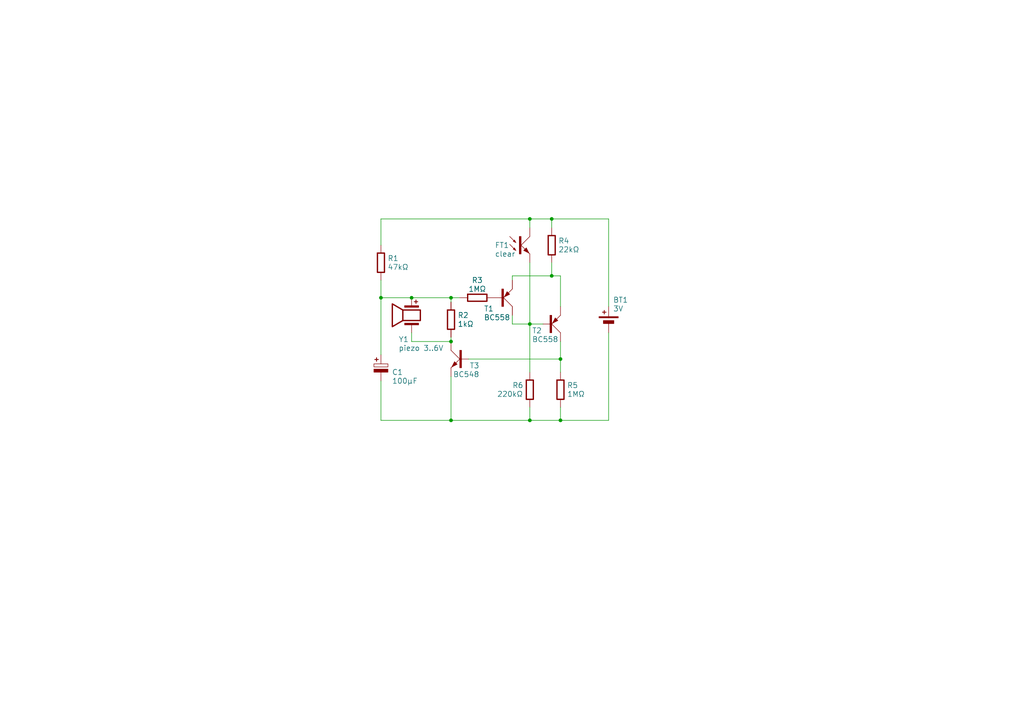
<source format=kicad_sch>
(kicad_sch (version 20211123) (generator eeschema)
  (paper "A4")
  (title_block (title "Nocny dręczyciel (Ośla Łączka, W2, C11)") (date "2022-04-12") (rev "1") (company "Kuba Michalik"))
  (lib_symbols
    (symbol "Custom_Generic:Battery_Cell" (pin_numbers hide) (pin_names (offset 0) hide)
      (property "Reference" "BT" (at 3.175 2.54 0))
      (property "Value" "Battery_Cell" (at 3.175 0 0))
      (symbol "Battery_Cell_0_1"
        (rectangle (start -2.794 2.159) (end 2.794 1.778) (fill (type outline)))
        (rectangle (start -1.524 1.016) (end 1.524 0.127) (fill (type outline)))
        (polyline (pts (xy -1.778 3.429) (xy -0.762 3.429)) (stroke (width 0.254)))
        (polyline (pts (xy -1.27 3.937) (xy -1.27 2.921)) (stroke (width 0.254)))
        (polyline (pts (xy 0 0.762) (xy 0 0)))
        (polyline (pts (xy 0 1.778) (xy 0 2.54)))
      )
      (symbol "Battery_Cell_1_1"
        (pin passive line (at 0 5.08 270) (length 2.54) (name "+") (number "1"))
        (pin passive line (at 0 -2.54 90) (length 2.54) (name "-") (number "2"))
      )
    )
    (symbol "Custom_Generic:Buzzer_Active" (pin_numbers hide) (pin_names (offset 0) hide)
      (property "Reference" "Y" (at 2.54 4.318 0))
      (property "Value" "Buzzer_Active" (at 16.51 -4.953 0))
      (symbol "Buzzer_Active_0_0"
        (rectangle (start -2.54 1.524) (end 2.54 -1.524) (stroke (width 0.381)))
        (rectangle (start -2.032 -2.286) (end 2.032 -2.794) (fill (type outline)))
        (rectangle (start -2.032 2.794) (end 2.032 2.286) (fill (type outline)))
      )
      (symbol "Buzzer_Active_0_1"
        (polyline (pts (xy -1.778 3.937) (xy -0.762 3.937)) (stroke (width 0.254)))
        (polyline (pts (xy -1.27 4.445) (xy -1.27 3.429)) (stroke (width 0.254)))
        (polyline (pts (xy 2.54 1.524) (xy 5.588 3.302) (xy 5.588 -3.302) (xy 2.54 -1.524)) (stroke (width 0.381)))
      )
      (symbol "Buzzer_Active_1_1"
        (pin input line (at 0 5.08 270) (length 2.54) (name "1") (number "1"))
        (pin input line (at 0 -5.08 90) (length 2.54) (name "2") (number "2"))
      )
    )
    (symbol "Custom_Generic:C_Polarized" (pin_numbers hide) (pin_names (offset 0.254))
      (property "Reference" "C" (at 0.635 2.54 0))
      (property "Value" "C_Polarized" (at 0.635 -2.54 0))
      (symbol "C_Polarized_0_1"
        (rectangle (start -2.032 -0.381) (end 2.032 -1.27) (fill (type outline)))
        (rectangle (start -2.032 1.143) (end 2.032 0.254))
        (polyline (pts (xy -1.778 2.413) (xy -0.762 2.413)) (stroke (width 0.254)))
        (polyline (pts (xy -1.27 2.921) (xy -1.27 1.905)) (stroke (width 0.254)))
      )
      (symbol "C_Polarized_1_1"
        (pin passive line (at 0 3.81 270) (length 2.667) (name "~") (number "1"))
        (pin passive line (at 0 -3.81 90) (length 2.794) (name "~") (number "2"))
      )
    )
    (symbol "Custom_Generic:NPN BJT" (pin_numbers hide) (pin_names (offset 0) hide)
      (property "Reference" "T" (at 3.81 1.27 0))
      (property "Value" "NPN BJT" (at 3.81 -1.27 0))
      (symbol "NPN BJT_0_1"
        (rectangle (start -0.508 2.54) (end 0 -2.54) (fill (type outline)))
        (rectangle (start 0 -0.254) (end 0 -0.254))
        (polyline (pts (xy 0 0) (xy 2.54 -2.54)))
        (polyline (pts (xy 0 0) (xy 2.54 2.54)))
        (polyline (pts (xy 2.286 -2.286) (xy 1.524 -0.762) (xy 0.762 -1.524) (xy 2.286 -2.286)) (fill (type outline)))
        (rectangle (start 0 1.016) (end 0 1.016))
      )
      (symbol "NPN BJT_1_1"
        (pin passive line (at 2.54 5.08 270) (length 2.54) (name "C") (number "1"))
        (pin input line (at -2.54 0 0) (length 2.54) (name "B") (number "2"))
        (pin passive line (at 2.54 -5.08 90) (length 2.54) (name "E") (number "3"))
      )
    )
    (symbol "Custom_Generic:NPN_Photo" (pin_numbers hide) (pin_names (offset 0) hide)
      (property "Reference" "FT" (at 3.81 1.27 0))
      (property "Value" "NPN_Photo" (at 3.81 -1.27 0))
      (symbol "NPN_Photo_0_1"
        (rectangle (start -0.508 2.54) (end 0 -2.54) (fill (type outline)))
        (rectangle (start 0 -0.254) (end 0 -0.254))
        (polyline (pts (xy -3.302 0.254) (xy -2.159 -0.889)) (stroke (width 0.1524)))
        (polyline (pts (xy -3.302 2.54) (xy -2.159 1.397)) (stroke (width 0.1524)))
        (polyline (pts (xy 0 0) (xy 2.54 -2.54)))
        (polyline (pts (xy 0 0) (xy 2.54 2.54)))
        (polyline (pts (xy -1.524 -1.524) (xy -1.905 -0.762) (xy -2.286 -1.143) (xy -1.524 -1.524)) (fill (type outline)))
        (polyline (pts (xy -1.524 0.762) (xy -1.905 1.524) (xy -2.286 1.143) (xy -1.524 0.762)) (fill (type outline)))
        (polyline (pts (xy 2.286 -2.286) (xy 1.524 -0.762) (xy 0.762 -1.524) (xy 2.286 -2.286)) (fill (type outline)))
        (rectangle (start 0 1.016) (end 0 1.016))
      )
      (symbol "NPN_Photo_1_1"
        (pin passive line (at 2.54 5.08 270) (length 2.54) (name "C") (number "1"))
        (pin passive line (at 2.54 -5.08 90) (length 2.54) (name "E") (number "2"))
      )
    )
    (symbol "Custom_Generic:PNP BJT" (pin_numbers hide) (pin_names (offset 0) hide)
      (property "Reference" "T" (at 3.81 1.27 0))
      (property "Value" "PNP BJT" (at 3.81 -1.27 0))
      (symbol "PNP BJT_0_1"
        (rectangle (start -0.508 2.54) (end 0 -2.54) (fill (type outline)))
        (rectangle (start 0 -0.254) (end 0 -0.254))
        (polyline (pts (xy 0 0) (xy 2.54 -2.54)))
        (polyline (pts (xy 0 0) (xy 2.54 2.54)))
        (polyline (pts (xy 0.254 -0.254) (xy 1.016 -1.778) (xy 1.778 -1.016) (xy 0.254 -0.254)) (fill (type outline)))
        (rectangle (start 0 1.016) (end 0 1.016))
      )
      (symbol "PNP BJT_1_1"
        (pin passive line (at 2.54 5.08 270) (length 2.54) (name "C") (number "1"))
        (pin input line (at -2.54 0 0) (length 2.54) (name "B") (number "2"))
        (pin passive line (at 2.54 -5.08 90) (length 2.54) (name "E") (number "3"))
      )
    )
    (symbol "Custom_Generic:R" (pin_numbers hide) (pin_names (offset 0))
      (property "Reference" "R" (at 2.413 0 90))
      (property "Value" "R" (at -2.286 0 90))
      (symbol "R_0_1"
        (rectangle (start -1.016 2.794) (end 1.016 -2.794) (stroke (width 0.381)))
      )
      (symbol "R_1_1"
        (pin passive line (at 0 5.08 270) (length 2.25) (name "~") (number "1"))
        (pin passive line (at 0 -5.08 90) (length 2.25) (name "~") (number "2"))
      )
    )
  )
  (junction (at 110.49 86.36))
  (junction (at 153.67 93.98))
  (junction (at 153.67 121.92))
  (junction (at 153.67 63.5))
  (junction (at 160.02 63.5))
  (junction (at 130.81 86.36))
  (junction (at 130.81 99.06))
  (junction (at 130.81 121.92))
  (junction (at 160.02 80.01))
  (junction (at 162.56 104.14))
  (junction (at 119.38 86.36))
  (junction (at 162.56 121.92))
  (wire (pts (xy 176.53 121.92) (xy 162.56 121.92)))
  (wire (pts (xy 153.67 121.92) (xy 153.67 118.11)))
  (wire (pts (xy 119.38 96.52) (xy 119.38 99.06)))
  (wire (pts (xy 148.59 81.28) (xy 148.59 80.01)))
  (wire (pts (xy 162.56 80.01) (xy 162.56 88.9)))
  (wire (pts (xy 153.67 121.92) (xy 162.56 121.92)))
  (wire (pts (xy 119.38 86.36) (xy 130.81 86.36)))
  (wire (pts (xy 153.67 93.98) (xy 157.48 93.98)))
  (wire (pts (xy 110.49 110.49) (xy 110.49 121.92)))
  (wire (pts (xy 153.67 76.2) (xy 153.67 93.98)))
  (wire (pts (xy 130.81 121.92) (xy 153.67 121.92)))
  (wire (pts (xy 110.49 71.12) (xy 110.49 63.5)))
  (wire (pts (xy 160.02 76.2) (xy 160.02 80.01)))
  (wire (pts (xy 133.35 86.36) (xy 130.81 86.36)))
  (wire (pts (xy 135.89 104.14) (xy 162.56 104.14)))
  (wire (pts (xy 160.02 66.04) (xy 160.02 63.5)))
  (wire (pts (xy 176.53 96.52) (xy 176.53 121.92)))
  (wire (pts (xy 130.81 86.36) (xy 130.81 87.63)))
  (wire (pts (xy 160.02 80.01) (xy 162.56 80.01)))
  (wire (pts (xy 130.81 109.22) (xy 130.81 121.92)))
  (wire (pts (xy 176.53 88.9) (xy 176.53 63.5)))
  (wire (pts (xy 148.59 80.01) (xy 160.02 80.01)))
  (wire (pts (xy 110.49 81.28) (xy 110.49 86.36)))
  (wire (pts (xy 110.49 63.5) (xy 153.67 63.5)))
  (wire (pts (xy 160.02 63.5) (xy 153.67 63.5)))
  (wire (pts (xy 162.56 99.06) (xy 162.56 104.14)))
  (wire (pts (xy 148.59 93.98) (xy 153.67 93.98)))
  (wire (pts (xy 176.53 63.5) (xy 160.02 63.5)))
  (wire (pts (xy 148.59 91.44) (xy 148.59 93.98)))
  (wire (pts (xy 153.67 93.98) (xy 153.67 107.95)))
  (wire (pts (xy 110.49 86.36) (xy 119.38 86.36)))
  (wire (pts (xy 130.81 97.79) (xy 130.81 99.06)))
  (wire (pts (xy 110.49 86.36) (xy 110.49 102.87)))
  (wire (pts (xy 119.38 99.06) (xy 130.81 99.06)))
  (wire (pts (xy 162.56 121.92) (xy 162.56 118.11)))
  (wire (pts (xy 162.56 104.14) (xy 162.56 107.95)))
  (wire (pts (xy 110.49 121.92) (xy 130.81 121.92)))
  (wire (pts (xy 153.67 63.5) (xy 153.67 66.04)))
  (symbol (lib_id "Custom_Generic:R") (at 162.56 113.03 0) (unit 1)
    (property "Reference" "R5" (at 164.465 111.76 0) (effects (font (size 1.524 1.524)) (justify left)))
    (property "Value" "1MΩ" (at 164.465 114.3 0) (effects (font (size 1.524 1.524)) (justify left)))
    (property "Footprint" "VeeCad:AX3_1N" (effects hide))
  )
  (symbol (lib_id "Custom_Generic:PNP BJT") (at 160.02 93.98 0) (mirror x) (unit 1)
    (property "Reference" "T2" (at 154.305 95.885 0) (effects (font (size 1.524 1.524)) (justify left)))
    (property "Value" "BC558" (at 154.305 98.425 0) (effects (font (size 1.524 1.524)) (justify left)))
    (property "Footprint" "VeeCad:TO92_ALT" (effects hide))
  )
  (symbol (lib_id "Custom_Generic:R") (at 110.49 76.2 0) (unit 1)
    (property "Reference" "R1" (at 112.395 74.93 0) (effects (font (size 1.524 1.524)) (justify left)))
    (property "Value" "47kΩ" (at 112.395 77.47 0) (effects (font (size 1.524 1.524)) (justify left)))
    (property "Footprint" "VeeCad:AX3_1N" (effects hide))
  )
  (symbol (lib_id "Custom_Generic:PNP BJT") (at 146.05 86.36 0) (mirror x) (unit 1)
    (property "Reference" "T1" (at 140.335 89.535 0) (effects (font (size 1.524 1.524)) (justify left)))
    (property "Value" "BC558" (at 140.335 92.075 0) (effects (font (size 1.524 1.524)) (justify left)))
    (property "Footprint" "VeeCad:TO92_ALT" (effects hide))
  )
  (symbol (lib_id "Custom_Generic:NPN_Photo") (at 151.13 71.12 0) (unit 1)
    (property "Reference" "FT1" (at 143.51 71.12 0) (effects (font (size 1.524 1.524)) (justify left)))
    (property "Value" "clear" (at 143.51 73.66 0) (effects (font (size 1.524 1.524)) (justify left)))
    (property "Footprint" "VeeCad:LED" (effects hide))
  )
  (symbol (lib_id "Custom_Generic:R") (at 130.81 92.71 0) (unit 1)
    (property "Reference" "R2" (at 132.715 91.44 0) (effects (font (size 1.524 1.524)) (justify left)))
    (property "Value" "1kΩ" (at 132.715 93.98 0) (effects (font (size 1.524 1.524)) (justify left)))
    (property "Footprint" "VeeCad:VERTAX_1N" (effects hide))
  )
  (symbol (lib_id "Custom_Generic:Buzzer_Active") (at 119.38 91.44 0) (mirror y) (unit 1)
    (property "Reference" "Y1" (at 115.57 98.425 0) (effects (font (size 1.524 1.524)) (justify right)))
    (property "Value" "piezo 3..6V" (at 115.57 100.965 0) (effects (font (size 1.524 1.524)) (justify right)))
    (property "Footprint" "VeeCad:BUZR_23_L" (effects hide))
  )
  (symbol (lib_id "Custom_Generic:Battery_Cell") (at 176.53 93.98 0) (unit 1)
    (property "Reference" "BT1" (at 177.8 86.995 0) (effects (font (size 1.524 1.524)) (justify left)))
    (property "Value" "3V" (at 177.8 89.535 0) (effects (font (size 1.524 1.524)) (justify left)))
    (property "Footprint" "VeeCad:CR2032_H" (effects hide))
  )
  (symbol (lib_id "Custom_Generic:R") (at 138.43 86.36 270) (unit 1)
    (property "Reference" "R3" (at 138.43 81.28 90) (effects (font (size 1.524 1.524))))
    (property "Value" "1MΩ" (at 138.43 83.82 90) (effects (font (size 1.524 1.524))))
    (property "Footprint" "VeeCad:AX3_1N" (effects hide))
  )
  (symbol (lib_id "Custom_Generic:R") (at 153.67 113.03 0) (unit 1)
    (property "Reference" "R6" (at 148.59 111.76 0) (effects (font (size 1.524 1.524)) (justify left)))
    (property "Value" "220kΩ" (at 144.145 114.3 0) (effects (font (size 1.524 1.524)) (justify left)))
    (property "Footprint" "VeeCad:AX3_1N" (effects hide))
  )
  (symbol (lib_id "Custom_Generic:NPN BJT") (at 133.35 104.14 0) (mirror y) (unit 1)
    (property "Reference" "T3" (at 139.065 106.045 0) (effects (font (size 1.524 1.524)) (justify left)))
    (property "Value" "BC548" (at 139.065 108.585 0) (effects (font (size 1.524 1.524)) (justify left)))
    (property "Footprint" "VeeCad:TO92" (effects hide))
  )
  (symbol (lib_id "Custom_Generic:R") (at 160.02 71.12 0) (unit 1)
    (property "Reference" "R4" (at 161.925 69.85 0) (effects (font (size 1.524 1.524)) (justify left)))
    (property "Value" "22kΩ" (at 161.925 72.39 0) (effects (font (size 1.524 1.524)) (justify left)))
    (property "Footprint" "VeeCad:AX3_1N" (effects hide))
  )
  (symbol (lib_id "Custom_Generic:C_Polarized") (at 110.49 106.68 0) (unit 1)
    (property "Reference" "C1" (at 113.665 107.95 0) (effects (font (size 1.524 1.524)) (justify left)))
    (property "Value" "100μF" (at 113.665 110.49 0) (effects (font (size 1.524 1.524)) (justify left)))
    (property "Footprint" "VeeCad:RA1_2" (effects hide))
  )
)
</source>
